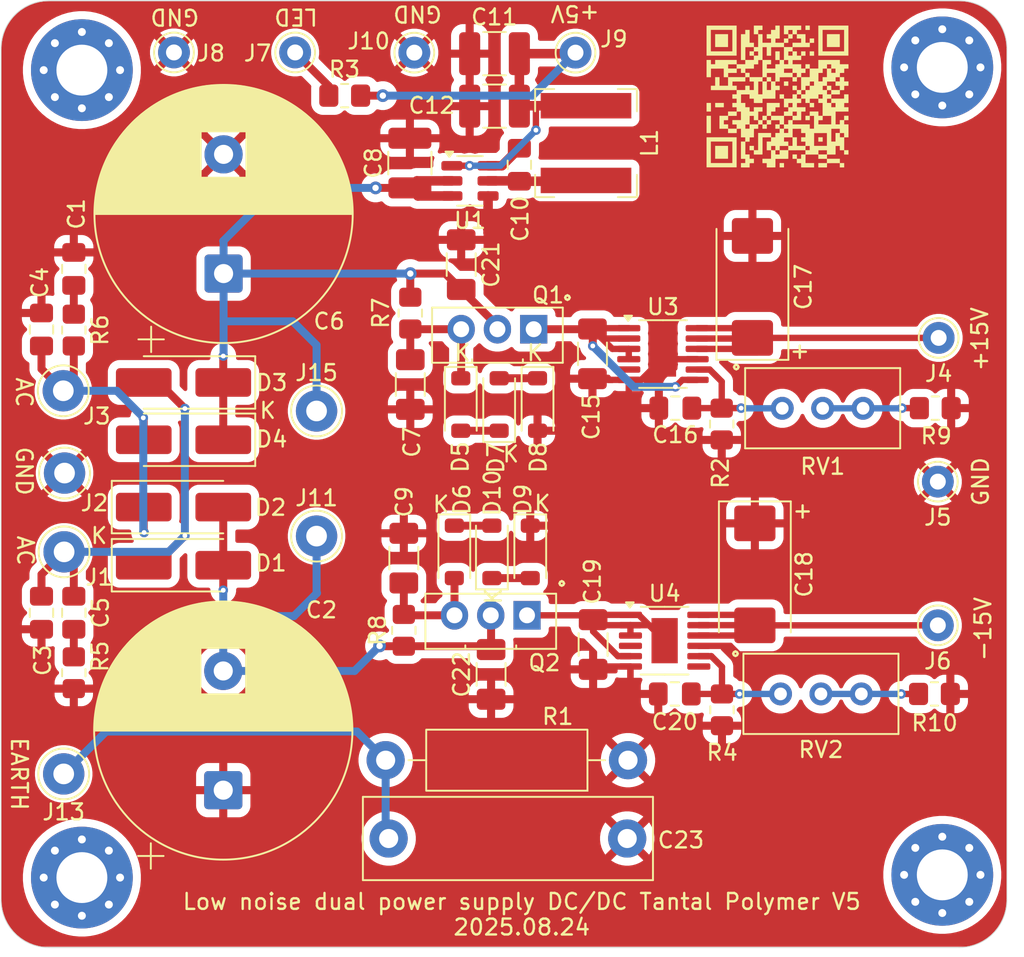
<source format=kicad_pcb>
(kicad_pcb (version 20241229) (generator "pcbnew") (generator_version "9.0")
  (layers (0 "F.Cu" signal) (2 "B.Cu" signal) (13 "F.Paste" user) (15 "B.Paste" user) (5 "F.SilkS" user "F.Silkscreen") (7 "B.SilkS" user "B.Silkscreen") (1 "F.Mask" user) (3 "B.Mask" user) (25 "Edge.Cuts" user))
  (net 0 "")
  (net 1 "GND")
  (net 2 "Net-(D3-K)")
  (net 3 "Net-(D1-A)")
  (net 4 "Net-(D1-K)")
  (net 5 "Net-(D2-K)")
  (net 6 "Net-(D5-K)")
  (net 7 "Net-(D6-A)")
  (net 8 "Net-(U1-BST)")
  (net 9 "Net-(C5-Pad2)")
  (net 10 "Net-(C6-Pad2)")
  (net 11 "/SWOUT")
  (net 12 "Net-(Q1-E)")
  (net 13 "Net-(U3-SET)")
  (net 14 "Net-(J4-Pin_1)")
  (net 15 "Net-(J6-Pin_1)")
  (net 16 "Net-(R9-Pad1)")
  (net 17 "Net-(R10-Pad2)")
  (net 18 "Net-(Q2-E)")
  (net 19 "Net-(U4-SET)")
  (net 20 "Net-(J13-Pin_1)")
  (net 21 "Net-(D5-A)")
  (net 22 "Net-(D10-A)")
  (net 23 "Net-(D7-A)")
  (net 24 "Net-(D10-K)")
  (net 25 "Net-(J7-Pin_1)")
  (net 29 "/VOUT")
  (footprint "MountingHole:MountingHole_3.2mm_M3_Pad_Via" (layer "F.Cu") (at 85.09 84.5)
    (property "Reference" "H2" (hide yes))
    (property "Value" "MountingHole")
  )
  (footprint "Connector_Pin:Pin_D1.0mm_L10.0mm" (layer "F.Cu") (at 138.9126 59.5884)
    (property "Reference" "J5")
    (property "Value" "GND")
  )
  (footprint "Capacitor_THT:CP_Radial_D16.0mm_P7.50mm" (layer "F.Cu") (at 94 46.5 90)
    (property "Reference" "C1")
    (property "Value" "2200uF")
  )
  (footprint "MountingHole:MountingHole_3.2mm_M3_Pad_Via" (layer "F.Cu") (at 85.09 33.7)
    (property "Reference" "H1" (hide yes))
    (property "Value" "MountingHole")
  )
  (footprint "MountingHole:MountingHole_3.2mm_M3_Pad_Via" (layer "F.Cu") (at 139.192 33.528)
    (property "Reference" "H4" (hide yes))
    (property "Value" "MountingHole")
  )
  (footprint "Connector_Pin:Pin_D1.3mm_L11.0mm" (layer "F.Cu") (at 83.9724 64.008)
    (property "Reference" "J1")
    (property "Value" "AC")
  )
  (footprint "Connector_Pin:Pin_D1.0mm_L10.0mm" (layer "F.Cu") (at 138.9634 50.546)
    (property "Reference" "J4")
    (property "Value" "+15V")
  )
  (footprint "Potentiometer_THT:Potentiometer_Bourns_3296W_Vertical" (layer "F.Cu") (at 129.1302 54.9756 180)
    (property "Reference" "RV1")
    (property "Value" "200k")
  )
  (footprint "Capacitor_THT:CP_Radial_D16.0mm_P7.50mm" (layer "F.Cu") (at 93.98 79 90)
    (property "Reference" "C2")
    (property "Value" "2200uF")
  )
  (footprint "MountingHole:MountingHole_3.2mm_M3_Pad_Via" (layer "F.Cu") (at 139.192 84.328)
    (property "Reference" "H3" (hide yes))
    (property "Value" "MountingHole")
  )
  (footprint "Connector_Pin:Pin_D1.0mm_L10.0mm" (layer "F.Cu") (at 98.5 32.5878)
    (property "Reference" "J7")
    (property "Value" "LED")
  )
  (footprint "Connector_Pin:Pin_D1.0mm_L10.0mm" (layer "F.Cu") (at 90.88 32.5878)
    (property "Reference" "J8")
    (property "Value" "GND")
  )
  (footprint "Connector_Pin:Pin_D1.0mm_L10.0mm" (layer "F.Cu") (at 116.1288 32.6005)
    (property "Reference" "J9")
    (property "Value" "+5V")
  )
  (footprint "Connector_Pin:Pin_D1.0mm_L10.0mm" (layer "F.Cu") (at 105.9942 32.6005)
    (property "Reference" "J10")
    (property "Value" "GND")
  )
  (footprint "Resistor_SMD:R_0805_2012Metric_Pad1.20x1.40mm_HandSolder" (layer "F.Cu") (at 101.616 35.306)
    (property "Reference" "R3")
    (property "Value" "240R")
  )
  (footprint "Connector_Pin:Pin_D1.3mm_L11.0mm" (layer "F.Cu") (at 84 59.0505)
    (property "Reference" "J2")
    (property "Value" "GND")
  )
  (footprint "Capacitor_Tantalum_SMD:CP_EIA-7343-31_Kemet-D_HandSolder" (layer "F.Cu") (at 127.254 47.3385 90)
    (property "Reference" "C17")
    (property "Value" "47uF/25V")
  )
  (footprint "Diode_SMD:D_SMA_Handsoldering" (layer "F.Cu") (at 91.48 64.849)
    (property "Reference" "D1")
    (property "Value" "BYG20D")
  )
  (footprint "Diode_SMD:D_SMA_Handsoldering" (layer "F.Cu") (at 91.48 61.1914)
    (property "Reference" "D2")
    (property "Value" "BYG20D")
  )
  (footprint "Potentiometer_THT:Potentiometer_Bourns_3296W_Vertical" (layer "F.Cu") (at 129.0217 72.9459 180)
    (property "Reference" "RV2")
    (property "Value" "200k")
  )
  (footprint "Connector_Pin:Pin_D1.3mm_L11.0mm" (layer "F.Cu") (at 83.9216 53.8734)
    (property "Reference" "J3")
    (property "Value" "AC")
  )
  (footprint "Diode_SMD:D_SMA_Handsoldering" (layer "F.Cu") (at 91.48 53.349 180)
    (property "Reference" "D3")
    (property "Value" "BYG20D")
  )
  (footprint "Diode_SMD:D_SMA_Handsoldering" (layer "F.Cu") (at 91.48 56.9558 180)
    (property "Reference" "D4")
    (property "Value" "BYG20D")
  )
  (footprint "Capacitor_SMD:C_0805_2012Metric_Pad1.18x1.45mm_HandSolder" (layer "F.Cu") (at 82.55 67.8395 -90)
    (property "Reference" "C3")
    (property "Value" "Cx/10nF/50V")
  )
  (footprint "Capacitor_SMD:C_0805_2012Metric_Pad1.18x1.45mm_HandSolder" (layer "F.Cu") (at 82.55 50.0165 -90)
    (property "Reference" "C4")
    (property "Value" "Cx/10nF/50V")
  )
  (footprint "Capacitor_SMD:C_0805_2012Metric_Pad1.18x1.45mm_HandSolder" (layer "F.Cu") (at 84.582 67.8395 -90)
    (property "Reference" "C5")
    (property "Value" "Cs/50V")
  )
  (footprint "Capacitor_SMD:C_0805_2012Metric_Pad1.18x1.45mm_HandSolder" (layer "F.Cu") (at 84.582 46.2065 -90)
    (property "Reference" "C6")
    (property "Value" "Cs/50V")
  )
  (footprint "Capacitor_SMD:C_1206_3216Metric_Pad1.33x1.80mm_HandSolder" (layer "F.Cu") (at 105.7402 53.4801 -90)
    (property "Reference" "C7")
    (property "Value" "4.7uF/100V")
  )
  (footprint "Capacitor_SMD:C_1206_3216Metric_Pad1.33x1.80mm_HandSolder" (layer "F.Cu") (at 105.3338 64.4013 -90)
    (property "Reference" "C9")
    (property "Value" "4.7uF/100V")
  )
  (footprint "Diode_SMD:D_SOD-123" (layer "F.Cu") (at 108.9152 54.736 -90)
    (property "Reference" "D5")
    (property "Value" "MMSZ5232B/5.6V")
  )
  (footprint "Diode_SMD:D_SOD-123" (layer "F.Cu") (at 108.508 64.009 -90)
    (property "Reference" "D6")
    (property "Value" "MMSZ5232B/5.6V")
  )
  (footprint "Package_TO_SOT_THT:TO-126-3_Vertical" (layer "F.Cu") (at 113.5 50 180)
    (property "Reference" "Q1")
    (property "Value" "BD139")
  )
  (footprint "Package_TO_SOT_THT:TO-126-3_Vertical" (layer "F.Cu") (at 113.08 68 180)
    (property "Reference" "Q2")
    (property "Value" "BD140")
  )
  (footprint "Resistor_SMD:R_0805_2012Metric_Pad1.20x1.40mm_HandSolder" (layer "F.Cu") (at 84.582 71.612 -90)
    (property "Reference" "R5")
    (property "Value" "Rs/1/8W")
  )
  (footprint "Resistor_SMD:R_0805_2012Metric_Pad1.20x1.40mm_HandSolder" (layer "F.Cu") (at 84.582 50.054 -90)
    (property "Reference" "R6")
    (property "Value" "Rs/1/8W")
  )
  (footprint "Resistor_SMD:R_0805_2012Metric_Pad1.20x1.40mm_HandSolder" (layer "F.Cu") (at 105.7402 48.9872 -90)
    (property "Reference" "R7")
    (property "Value" "430R/0.5W")
  )
  (footprint "Resistor_SMD:R_0805_2012Metric_Pad1.20x1.40mm_HandSolder" (layer "F.Cu") (at 105.3338 68.945 -90)
    (property "Reference" "R8")
    (property "Value" "430R/0.5W")
  )
  (footprint "Capacitor_Tantalum_SMD:CP_EIA-7343-31_Kemet-D_HandSolder" (layer "F.Cu") (at 127.4064 65.4233 -90)
    (property "Reference" "C18")
    (property "Value" "47uF/25V")
  )
  (footprint "Diode_SMD:D_SOD-123" (layer "F.Cu") (at 111.3282 54.736 90)
    (property "Reference" "D7")
    (property "Value" "MMSZ5232B/5.6V")
  )
  (footprint "Diode_SMD:D_SOD-123" (layer "F.Cu") (at 113.7412 54.736 -90)
    (property "Reference" "D8")
    (property "Value" "MMSZ5232B/5.6V")
  )
  (footprint "Diode_SMD:D_SOD-123" (layer "F.Cu") (at 113.284 64.009 -90)
    (property "Reference" "D9")
    (property "Value" "MMSZ5232B/5.6V")
  )
  (footprint "Diode_SMD:D_SOD-123" (layer "F.Cu") (at 110.871 64.009 90)
    (property "Reference" "D10")
    (property "Value" "MMSZ5232B/5.6V")
  )
  (footprint "Capacitor_SMD:C_0805_2012Metric_Pad1.18x1.45mm_HandSolder" (layer "F.Cu") (at 122.3708 72.9459)
    (property "Reference" "C20")
    (property "Value" "470nF/50V")
  )
  (footprint "Connector_Pin:Pin_D1.0mm_L10.0mm" (layer "F.Cu") (at 138.9126 68.6308)
    (property "Reference" "J6")
    (property "Value" "-15V")
  )
  (footprint "Capacitor_SMD:C_1206_3216Metric_Pad1.33x1.80mm_HandSolder" (layer "F.Cu") (at 108.9406 45.9375 90)
    (property "Reference" "C21")
    (property "Value" "4.7uF/100V")
  )
  (footprint "Capacitor_SMD:C_1206_3216Metric_Pad1.33x1.80mm_HandSolder" (layer "F.Cu") (at 110.8202 71.7173 90)
    (property "Reference" "C22")
    (property "Value" "4.7uF/100V")
  )
  (footprint "Capacitor_SMD:C_1206_3216Metric_Pad1.33x1.80mm_HandSolder" (layer "F.Cu") (at 117.2361 69.8377 90)
    (property "Reference" "C19")
    (property "Value" "4.7uF/100V")
  )
  (footprint "Package_SO:MSOP-12-1EP_3x4.039mm_P0.65mm_EP1.651x2.845mm" (layer "F.Cu") (at 121.7332 69.5954)
    (property "Reference" "U4")
    (property "Value" "LT3094xMSE")
  )
  (footprint "Capacitor_SMD:C_1206_3216Metric_Pad1.33x1.80mm_HandSolder" (layer "F.Cu") (at 117.1956 51.5497 -90)
    (property "Reference" "C15")
    (property "Value" "4.7uF/100V")
  )
  (footprint "Capacitor_SMD:C_0805_2012Metric_Pad1.18x1.45mm_HandSolder" (layer "F.Cu") (at 122.4065 54.9656 180)
    (property "Reference" "C16")
    (property "Value" "470nF/50V")
  )
  (footprint "Package_SO:MSOP-12-1EP_3x4.039mm_P0.65mm_EP1.651x2.845mm" (layer "F.Cu") (at 121.6282 51.5614)
    (property "Reference" "U3")
    (property "Value" "LT3045xMSE")
  )
  (footprint "Capacitor_THT:C_Rect_L18.0mm_W5.0mm_P15.00mm_FKS3_FKP3" (layer "F.Cu") (at 104.38 82.042)
    (property "Reference" "C23")
    (property "Value" "2.2nF/2kV")
  )
  (footprint "LOGO" (layer "F.Cu") (at 128.8288 35.3568)
    (property "Reference" "G***" (hide yes))
    (property "Value" "LOGO" (hide yes))
  )
  (footprint "Capacitor_SMD:C_0805_2012Metric_Pad1.18x1.45mm_HandSolder" (layer "F.Cu") (at 112.5982 39.6533 90)
    (property "Reference" "C10")
    (property "Value" "100nF/50V/X7R")
  )
  (footprint "Capacitor_SMD:C_1210_3225Metric_Pad1.33x2.70mm_HandSolder" (layer "F.Cu") (at 111.0365 35.9664 180)
    (property "Reference" "C12")
    (property "Value" "22uF/25V/X7R")
  )
  (footprint "Connector_Pin:Pin_D1.3mm_L11.0mm" (layer "F.Cu") (at 83.947 77.978)
    (property "Reference" "J13")
    (property "Value" "EARTH")
  )
  (footprint "Resistor_THT:R_Axial_DIN0411_L9.9mm_D3.6mm_P15.24mm_Horizontal" (layer "F.Cu") (at 119.4308 77.1144 180)
    (property "Reference" "R1")
    (property "Value" "100R/2W")
  )
  (footprint "Connector_Pin:Pin_D1.3mm_L11.0mm" (layer "F.Cu") (at 99.8474 63.0174 180)
    (property "Reference" "J11")
    (property "Value" "-21.5V")
  )
  (footprint "Inductor_SMD:L_Bourns-SRN6028" (layer "F.Cu") (at 116.7892 38.29 90)
    (property "Reference" "L1")
    (property "Value" "4.7uH")
  )
  (footprint "Resistor_SMD:R_0805_2012Metric_Pad1.20x1.40mm_HandSolder" (layer "F.Cu") (at 138.6991 72.9459 180)
    (property "Reference" "R10")
    (property "Value" "Rvset")
  )
  (footprint "Resistor_SMD:R_0805_2012Metric_Pad1.20x1.40mm_HandSolder" (layer "F.Cu") (at 125.3387 73.9459 90)
    (property "Reference" "R4")
    (property "Value" "Rvset")
  )
  (footprint "Connector_Pin:Pin_D1.3mm_L11.0mm" (layer "F.Cu") (at 99.8474 55.1434 180)
    (property "Reference" "J15")
    (property "Value" "+21.5V")
  )
  (footprint "Capacitor_SMD:C_1210_3225Metric_Pad1.33x2.70mm_HandSolder" (layer "F.Cu") (at 111.0357 32.6644 180)
    (property "Reference" "C11")
    (property "Value" "22uF/25V/X7R")
  )
  (footprint "Resistor_SMD:R_0805_2012Metric_Pad1.20x1.40mm_HandSolder" (layer "F.Cu") (at 125.3236 55.9656 -90)
    (property "Reference" "R2")
    (property "Value" "Rvset")
  )
  (footprint "Capacitor_SMD:C_1210_3225Metric_Pad1.33x2.70mm_HandSolder" (layer "F.Cu") (at 105.7148 39.547 90)
    (property "Reference" "C8")
    (property "Value" "10uF/100V/X7R")
  )
  (footprint "Resistor_SMD:R_0805_2012Metric_Pad1.20x1.40mm_HandSolder" (layer "F.Cu") (at 138.7508 54.9656)
    (property "Reference" "R9")
    (property "Value" "Rvset")
  )
  (footprint "Package_TO_SOT_SMD:TSOT-23-6" (layer "F.Cu") (at 109.4939 40.6675)
    (property "Reference" "U1")
    (property "Value" "AP63205WU")
  )
  (gr_arc (start 80.01 32.337) (mid 80.88868 30.21568) (end 83.01 29.337) (stroke (width 0.05)) (layer "Edge.Cuts"))
  (gr_line (start 80.01 85.9) (end 80.01 32.337) (stroke (width 0.05)) (layer "Edge.Cuts"))
  (gr_line (start 83.01 29.337) (end 140.256 29.337) (stroke (width 0.05)) (layer "Edge.Cuts"))
  (gr_arc (start 143.256 85.9) (mid 142.37732 88.02132) (end 140.256 88.9) (stroke (width 0.05)) (layer "Edge.Cuts"))
  (gr_arc (start 83.01 88.9) (mid 80.88868 88.02132) (end 80.01 85.9) (stroke (width 0.05)) (layer "Edge.Cuts"))
  (gr_arc (start 140.256 29.337) (mid 142.37732 30.21568) (end 143.256 32.337) (stroke (width 0.05)) (layer "Edge.Cuts"))
  (gr_line (start 140.256 88.9) (end 83.01 88.9) (stroke (width 0.05)) (layer "Edge.Cuts"))
  (gr_line (start 143.256 32.337) (end 143.256 85.9) (stroke (width 0.05)) (layer "Edge.Cuts"))
  (gr_text "LED" (at 98.552 30.353 180) (layer "F.SilkS") (effects (font (size 1 1))))
  (gr_text "GND" (at 90.932 30.353 180) (layer "F.SilkS") (effects (font (size 1 1))))
  (gr_text "+5V" (at 116.1034 30.1367 180) (layer "F.SilkS") (effects (font (size 1 1))))
  (gr_text "K" (at 86.1695 62.992 0) (layer "F.SilkS") (effects (font (size 1 1))))
  (gr_text "K" (at 96.774 55.118 0) (layer "F.SilkS") (effects (font (size 1 1))))
  (gr_text "K" (at 107.6706 61.0108 0) (layer "F.SilkS") (effects (font (size 1 1))))
  (gr_text "°" (at 126.238 52.7812 0) (layer "F.SilkS") (effects (font (size 1 1))))
  (gr_text "°" (at 115.6208 48.4124 0) (layer "F.SilkS") (effects (font (size 1 1))))
  (gr_text "°" (at 115.2652 66.3956 0) (layer "F.SilkS") (effects (font (size 1 1))))
  (gr_text "-15V" (at 141.7574 68.8594 90) (layer "F.SilkS") (effects (font (size 1 1))))
  (gr_text "AC" (at 81.4578 53.975 270) (layer "F.SilkS") (effects (font (size 1 1))))
  (gr_text "+" (at 129.6924 61.976 0) (layer "F.SilkS") (effects (font (size 1 1)) (justify left bottom)))
  (gr_text "K" (at 109.0168 51.4858 0) (layer "F.SilkS") (effects (font (size 1 1))))
  (gr_text "K" (at 112.0648 57.8612 0) (layer "F.SilkS") (effects (font (size 1 1))))
  (gr_text "EARTH" (at 81.153 77.978 270) (layer "F.SilkS") (effects (font (size 1 1))))
  (gr_text "GND" (at 141.605 59.5884 90) (layer "F.SilkS") (effects (font (size 1 1))))
  (gr_text "K" (at 114.046 60.96 0) (layer "F.SilkS") (effects (font (size 1 1))))
  (gr_text "°" (at 126.1872 70.8152 0) (layer "F.SilkS") (effects (font (size 1 1))))
  (gr_text "+" (at 129.514 51.9285 0) (layer "F.SilkS") (effects (font (size 1 1)) (justify left bottom)))
  (gr_text "K" (at 113.5888 51.4858 0) (layer "F.SilkS") (effects (font (size 1 1))))
  (gr_text "K" (at 110.9726 66.802 90) (layer "F.SilkS") (effects (font (size 1 1))))
  (gr_text "GND" (at 81.4578 58.927955 270) (layer "F.SilkS") (effects (font (size 1 1))))
  (gr_text "GND" (at 106.1974 30.1621 180) (layer "F.SilkS") (effects (font (size 1 1))))
  (gr_text "Low noise dual power supply DC/DC Tantal Polymer V5\n2025.08.24" (at 112.7506 86.8172 0) (layer "F.SilkS") (effects (font (size 1 1))))
  (gr_text "AC" (at 81.534 63.9318 270) (layer "F.SilkS") (effects (font (size 1 1))))
  (gr_text "+15V" (at 141.5542 50.6222 90) (layer "F.SilkS") (effects (font (size 1 1))))
  (segment (start 110.6314 41.6175) (end 110.6314 43.9433) (width 0.6) (layer "F.Cu") (net 1))
  (segment (start 110.6314 43.9433) (end 110.6678 43.9797) (width 0.6) (layer "F.Cu") (net 1))
  (segment (start 120.264492 53.1864) (end 121.6282 51.822692) (width 0.4) (layer "F.Cu") (net 1))
  (segment (start 117.2698 53.1864) (end 117.1956 53.1122) (width 0.4) (layer "F.Cu") (net 1))
  (segment (start 119.4782 53.1864) (end 120.264492 53.1864) (width 0.4) (layer "F.Cu") (net 1))
  (segment (start 127.05052 71.12) (end 128.7272 71.12) (width 0.4) (layer "F.Cu") (net 1))
  (segment (start 119.5832 71.2204) (end 117.4159 71.2204) (width 0.4) (layer "F.Cu") (net 1))
  (segment (start 117.4159 71.2204) (end 117.2361 71.4002) (width 0.4) (layer "F.Cu") (net 1))
  (segment (start 119.5832 71.2204) (end 119.5832 73.3044) (width 0.4) (layer "F.Cu") (net 1))
  (segment (start 123.8832 69.9204) (end 125.85092 69.9204) (width 0.4) (layer "F.Cu") (net 1))
  (segment (start 119.4782 53.1864) (end 117.2698 53.1864) (width 0.4) (layer "F.Cu") (net 1))
  (segment (start 121.9532 51.8864) (end 121.6282 51.5614) (width 0.4) (layer "F.Cu") (net 1))
  (segment (start 125.85092 69.9204) (end 127.05052 71.12) (width 0.4) (layer "F.Cu") (net 1))
  (segment (start 121.6282 51.822692) (end 121.6282 51.5614) (width 0.4) (layer "F.Cu") (net 1))
  (segment (start 123.7782 51.8864) (end 121.9532 51.8864) (width 0.4) (layer "F.Cu") (net 1))
  (segment (start 93.98 53.349) (end 93.98 51.689) (width 0.5) (layer "F.Cu") (net 2))
  (segment (start 111.22 50) (end 111.22 49.7794) (width 0.5) (layer "F.Cu") (net 2))
  (segment (start 108.3564 41.6175) (end 106.2228 41.6175) (width 0.6) (layer "F.Cu") (net 2))
  (segment (start 108.3564 40.6675) (end 106.1568 40.6675) (width 0.6) (layer "F.Cu") (net 2))
  (segment (start 111.22 49.7794) (end 108.9406 47.5) (width 0.5) (layer "F.Cu") (net 2))
  (segment (start 106.1568 40.6675) (end 105.7148 41.1095) (width 0.6) (layer "F.Cu") (net 2))
  (segment (start 107.9406 46.5) (end 108.9406 47.5) (width 0.5) (layer "F.Cu") (net 2))
  (segment (start 106.2228 41.6175) (end 105.7148 41.1095) (width 0.6) (layer "F.Cu") (net 2))
  (segment (start 93.98 56.9558) (end 93.98 53.349) (width 0.5) (layer "F.Cu") (net 2))
  (segment (start 105.7148 41.1095) (end 103.5558 41.1095) (width 0.5) (layer "F.Cu") (net 2))
  (segment (start 105.7402 46.5) (end 107.9406 46.5) (width 0.5) (layer "F.Cu") (net 2))
  (segment (start 105.7402 47.9872) (end 105.7402 46.5) (width 0.5) (layer "F.Cu") (net 2))
  (via (at 105.7402 46.5) (size 0.8) (drill 0.4) (layers "F.Cu" "B.Cu") (net 2))
  (via (at 103.5558 41.1095) (size 0.8) (drill 0.4) (layers "F.Cu" "B.Cu") (net 2))
  (via (at 93.98 51.689) (size 0.6) (drill 0.3) (layers "F.Cu" "B.Cu") (net 2))
  (segment (start 94 49.5046) (end 94 46.5) (width 0.5) (layer "B.Cu") (net 2))
  (segment (start 94 51.669) (end 94 49.5046) (width 0.5) (layer "B.Cu") (net 2))
  (segment (start 93.98 51.689) (end 94 51.669) (width 0.5) (layer "B.Cu") (net 2))
  (segment (start 105.7402 46.5) (end 94 46.5) (width 0.5) (layer "B.Cu") (net 2))
  (segment (start 97.3205 41.1095) (end 93.98 44.45) (width 0.5) (layer "B.Cu") (net 2))
  (segment (start 93.98 44.45) (end 94 44.47) (width 0.5) (layer "B.Cu") (net 2))
  (segment (start 94 49.5046) (end 98.3488 49.5046) (width 0.5) (layer "B.Cu") (net 2))
  (segment (start 99.8474 51.0032) (end 99.8474 55.1434) (width 0.5) (layer "B.Cu") (net 2))
  (segment (start 103.5558 41.1095) (end 97.3205 41.1095) (width 0.5) (layer "B.Cu") (net 2))
  (segment (start 98.3488 49.5046) (end 99.8474 51.0032) (width 0.5) (layer "B.Cu") (net 2))
  (segment (start 94 44.47) (end 94 46.5) (width 0.5) (layer "B.Cu") (net 2))
  (segment (start 110.8202 68.0202) (end 110.8 68) (width 0.5) (layer "F.Cu") (net 3))
  (segment (start 93.98 61.1914) (end 93.98 64.849) (width 0.5) (layer "F.Cu") (net 3))
  (segment (start 105.3338 69.945) (end 110.6104 69.945) (width 0.5) (layer "F.Cu") (net 3))
  (segment (start 93.98 64.849) (end 93.98 66.421) (width 0.5) (layer "F.Cu") (net 3))
  (segment (start 103.8286 69.945) (end 103.8098 69.9262) (width 0.5) (layer "F.Cu") (net 3))
  (segment (start 110.6104 69.945) (end 110.8202 70.1548) (width 0.5) (layer "F.Cu") (net 3))
  (segment (start 110.8202 70.1548) (end 110.8202 68.0202) (width 0.5) (layer "F.Cu") (net 3))
  (segment (start 105.3338 69.945) (end 103.8286 69.945) (width 0.5) (layer "F.Cu") (net 3))
  (via (at 103.8098 69.9262) (size 0.8) (drill 0.4) (layers "F.Cu" "B.Cu") (net 3))
  (via (at 93.98 66.421) (size 0.6) (drill 0.3) (layers "F.Cu" "B.Cu") (net 3))
  (segment (start 102.236 71.5) (end 93.98 71.5) (width 0.5) (layer "B.Cu") (net 3))
  (segment (start 93.98 68.0466) (end 98.425 68.0466) (width 0.5) (layer "B.Cu") (net 3))
  (segment (start 99.8474 66.5734) (end 99.8474 63.0174) (width 0.5) (layer "B.Cu") (net 3))
  (segment (start 98.425 68.0466) (end 99.8728 66.5988) (width 0.5) (layer "B.Cu") (net 3))
  (segment (start 93.98 68.0466) (end 93.98 71.5) (width 0.5) (layer "B.Cu") (net 3))
  (segment (start 99.8728 66.5988) (end 99.8474 66.5734) (width 0.5) (layer "B.Cu") (net 3))
  (segment (start 103.8098 69.9262) (end 102.236 71.5) (width 0.5) (layer "B.Cu") (net 3))
  (segment (start 93.98 66.421) (end 93.98 68.0466) (width 0.5) (layer "B.Cu") (net 3))
  (segment (start 89.925 53.349) (end 91.567 54.991) (width 0.5) (layer "F.Cu") (net 4))
  (segment (start 84.582 66.802) (end 84.582 64.6176) (width 0.5) (layer "F.Cu") (net 4))
  (segment (start 82.55 65.4304) (end 83.9724 64.008) (width 0.5) (layer "F.Cu") (net 4))
  (segment (start 89.71 64.849) (end 91.567 62.992) (width 0.5) (layer "F.Cu") (net 4))
  (segment (start 82.55 66.802) (end 82.55 65.4304) (width 0.5) (layer "F.Cu") (net 4))
  (via (at 91.567 54.991) (size 0.6) (drill 0.3) (layers "F.Cu" "B.Cu") (net 4))
  (via (at 91.567 62.992) (size 0.6) (drill 0.3) (layers "F.Cu" "B.Cu") (net 4))
  (segment (start 90.551 64.008) (end 91.567 62.992) (width 0.5) (layer "B.Cu") (net 4))
  (segment (start 91.567 62.992) (end 91.567 54.991) (width 0.5) (layer "B.Cu") (net 4))
  (segment (start 83.9724 64.008) (end 90.551 64.008) (width 0.5) (layer "B.Cu") (net 4))
  (segment (start 88.98 61.1914) (end 88.98 62.7672) (width 0.5) (layer "F.Cu") (net 5))
  (segment (start 88.98 55.6044) (end 88.9508 55.5752) (width 0.5) (layer "F.Cu") (net 5))
  (segment (start 88.98 56.9558) (end 88.98 55.6044) (width 0.5) (layer "F.Cu") (net 5))
  (segment (start 84.582 51.054) (end 84.582 53.213) (width 0.5) (layer "F.Cu") (net 5))
  (segment (start 82.55 51.054) (end 82.55 52.5018) (width 0.5) (layer "F.Cu") (net 5))
  (segment (start 82.55 52.5018) (end 83.9216 53.8734) (width 0.5) (layer "F.Cu") (net 5))
  (segment (start 88.98 62.7672) (end 89.0016 62.7888) (width 0.5) (layer "F.Cu") (net 5))
  (via (at 89.0016 62.7888) (size 0.6) (drill 0.3) (layers "F.Cu" "B.Cu") (net 5))
  (via (at 88.9508 55.5752) (size 0.6) (drill 0.3) (layers "F.Cu" "B.Cu") (net 5))
  (segment (start 88.9508 55.5453) (end 87.2789 53.8734) (width 0.5) (layer "B.Cu") (net 5))
  (segment (start 88.9508 55.5752) (end 88.9508 55.5453) (width 0.5) (layer "B.Cu") (net 5))
  (segment (start 88.9508 62.738) (end 88.9508 55.5752) (width 0.5) (layer "B.Cu") (net 5))
  (segment (start 89.0016 62.7888) (end 88.9508 62.738) (width 0.5) (layer "B.Cu") (net 5))
  (segment (start 83.9216 53.8734) (end 87.2789 53.8734) (width 0.5) (layer "B.Cu") (net 5))
  (segment (start 108.94 50) (end 105.753 50) (width 0.5) (layer "F.Cu") (net 6))
  (segment (start 105.753 50) (end 105.7402 49.9872) (width 0.5) (layer "F.Cu") (net 6))
  (segment (start 105.7402 49.9872) (end 105.7402 51.9176) (width 0.5) (layer "F.Cu") (net 6))
  (segment (start 108.94 50) (end 108.94 53.0612) (width 0.5) (layer "F.Cu") (net 6))
  (segment (start 108.94 53.0612) (end 108.9152 53.086) (width 0.5) (layer "F.Cu") (net 6))
  (segment (start 105.3888 68) (end 105.3338 67.945) (width 0.5) (layer "F.Cu") (net 7))
  (segment (start 108.52 65.671) (end 108.508 65.659) (width 0.5) (layer "F.Cu") (net 7))
  (segment (start 108.52 68) (end 108.52 65.671) (width 0.5) (layer "F.Cu") (net 7))
  (segment (start 108.52 68) (end 105.3888 68) (width 0.5) (layer "F.Cu") (net 7))
  (segment (start 105.3338 67.945) (end 105.3338 65.9638) (width 0.5) (layer "F.Cu") (net 7))
  (segment (start 110.6314 39.7175) (end 111.4965 39.7175) (width 0.6) (layer "F.Cu") (net 8))
  (segment (start 111.4965 39.7175) (end 112.5982 38.6158) (width 0.6) (layer "F.Cu") (net 8))
  (segment (start 84.582 70.612) (end 84.582 68.877) (width 0.5) (layer "F.Cu") (net 9))
  (segment (start 84.582 49.054) (end 84.582 47.244) (width 0.5) (layer "F.Cu") (net 10))
  (segment (start 112.5982 40.6908) (end 116.7384 40.6908) (width 0.6) (layer "F.Cu") (net 11))
  (segment (start 110.6314 40.6675) (end 112.5749 40.6675) (width 0.6) (layer "F.Cu") (net 11))
  (segment (start 112.5749 40.6675) (end 112.5982 40.6908) (width 0.6) (layer "F.Cu") (net 11))
  (segment (start 116.7384 40.6908) (end 116.7892 40.64) (width 0.6) (layer "F.Cu") (net 11))
  (segment (start 119.4782 51.8864) (end 119.4782 51.2364) (width 0.4) (layer "F.Cu") (net 12))
  (segment (start 123.7782 53.1864) (end 122.8472 53.1864) (width 0.4) (layer "F.Cu") (net 12))
  (segment (start 117.2464 49.9364) (end 117.1956 49.9872) (width 0.4) (layer "F.Cu") (net 12))
  (segment (start 119.4782 49.9364) (end 117.2464 49.9364) (width 0.4) (layer "F.Cu") (net 12))
  (segment (start 117.2149 50.0065) (end 117.1956 49.9872) (width 0.5) (layer "F.Cu") (net 12))
  (segment (start 117.7948 50.5864) (end 117.1956 49.9872) (width 0.4) (layer "F.Cu") (net 12))
  (segment (start 119.4782 50.5864) (end 117.7948 50.5864) (width 0.4) (layer "F.Cu") (net 12))
  (segment (start 117.2149 51.054) (end 117.2149 50.0065) (width 0.5) (layer "F.Cu") (net 12))
  (segment (start 117.1828 50) (end 117.1956 49.9872) (width 0.5) (layer "F.Cu") (net 12))
  (segment (start 118.4448 51.2364) (end 117.1956 49.9872) (width 0.4) (layer "F.Cu") (net 12))
  (segment (start 122.8472 53.1864) (end 122.4092 53.6244) (width 0.4) (layer "F.Cu") (net 12))
  (segment (start 119.4782 51.2364) (end 118.4448 51.2364) (width 0.4) (layer "F.Cu") (net 12))
  (segment (start 113.5 50) (end 117.1828 50) (width 0.5) (layer "F.Cu") (net 12))
  (via (at 122.4092 53.6244) (size 0.6) (drill 0.3) (layers "F.Cu" "B.Cu") (net 12))
  (via (at 117.2149 51.054) (size 0.6) (drill 0.3) (layers "F.Cu" "B.Cu") (net 12))
  (segment (start 119.7853 53.6244) (end 117.2149 51.054) (width 0.5) (layer "B.Cu") (net 12))
  (segment (start 122.4092 53.6244) (end 119.7853 53.6244) (width 0.5) (layer "B.Cu") (net 12))
  (segment (start 125.3236 53.295508) (end 125.3236 54.9656) (width 0.4) (layer "F.Cu") (net 13))
  (segment (start 123.7782 52.5364) (end 124.564492 52.5364) (width 0.4) (layer "F.Cu") (net 13))
  (segment (start 124.564492 52.5364) (end 125.3236 53.295508) (width 0.4) (layer "F.Cu") (net 13))
  (segment (start 125.3236 54.9656) (end 123.444 54.9656) (width 0.4) (layer "F.Cu") (net 13))
  (segment (start 126.5428 54.9656) (end 125.3236 54.9656) (width 0.4) (layer "F.Cu") (net 13))
  (via (at 126.5428 54.9656) (size 0.6) (drill 0.3) (layers "F.Cu" "B.Cu") (net 13))
  (segment (start 129.1302 54.9756) (end 126.5528 54.9756) (width 0.4) (layer "B.Cu") (net 13))
  (segment (start 126.5528 54.9756) (end 126.5428 54.9656) (width 0.4) (layer "B.Cu") (net 13))
  (segment (start 123.7782 50.5864) (end 127.2136 50.5864) (width 0.4) (layer "F.Cu") (net 14))
  (segment (start 123.7782 49.9364) (end 126.6444 49.9364) (width 0.4) (layer "F.Cu") (net 14))
  (segment (start 127.2136 50.5864) (end 127.254 50.546) (width 0.4) (layer "F.Cu") (net 14))
  (segment (start 123.7782 51.2364) (end 126.5636 51.2364) (width 0.4) (layer "F.Cu") (net 14))
  (segment (start 127.254 50.546) (end 138.9634 50.546) (width 0.4) (layer "F.Cu") (net 14))
  (segment (start 126.6444 49.9364) (end 127.254 50.546) (width 0.4) (layer "F.Cu") (net 14))
  (segment (start 126.5636 51.2364) (end 127.254 50.546) (width 0.4) (layer "F.Cu") (net 14))
  (segment (start 123.8832 69.2704) (end 126.7668 69.2704) (width 0.4) (layer "F.Cu") (net 15))
  (segment (start 127.396 68.6204) (end 127.4064 68.6308) (width 0.4) (layer "F.Cu") (net 15))
  (segment (start 126.7668 69.2704) (end 127.4064 68.6308) (width 0.4) (layer "F.Cu") (net 15))
  (segment (start 127.4064 68.6308) (end 138.9126 68.6308) (width 0.4) (layer "F.Cu") (net 15))
  (segment (start 126.746 67.9704) (end 127.4064 68.6308) (width 0.4) (layer "F.Cu") (net 15))
  (segment (start 123.8832 67.9704) (end 126.746 67.9704) (width 0.4) (layer "F.Cu") (net 15))
  (segment (start 123.8832 68.6204) (end 127.396 68.6204) (width 0.4) (layer "F.Cu") (net 15))
  (segment (start 136.652 54.9656) (end 137.7508 54.9656) (width 0.4) (layer "F.Cu") (net 16))
  (via (at 136.652 54.9656) (size 0.6) (drill 0.3) (layers "F.Cu" "B.Cu") (net 16))
  (segment (start 131.6702 54.9756) (end 134.2102 54.9756) (width 0.4) (layer "B.Cu") (net 16))
  (segment (start 136.642 54.9756) (end 136.652 54.9656) (width 0.4) (layer "B.Cu") (net 16))
  (segment (start 134.2102 54.9756) (end 136.642 54.9756) (width 0.4) (layer "B.Cu") (net 16))
  (segment (start 136.6012 72.9488) (end 137.6962 72.9488) (width 0.4) (layer "F.Cu") (net 17))
  (segment (start 137.6962 72.9488) (end 137.6991 72.9459) (width 0.4) (layer "F.Cu") (net 17))
  (via (at 136.6012 72.9488) (size 0.6) (drill 0.3) (layers "F.Cu" "B.Cu") (net 17))
  (segment (start 136.5983 72.9459) (end 136.6012 72.9488) (width 0.4) (layer "B.Cu") (net 17))
  (segment (start 131.5617 72.9459) (end 134.1017 72.9459) (width 0.4) (layer "B.Cu") (net 17))
  (segment (start 134.1017 72.9459) (end 136.5983 72.9459) (width 0.4) (layer "B.Cu") (net 17))
  (segment (start 116.9609 68) (end 117.2361 68.2752) (width 0.4) (layer "F.Cu") (net 18))
  (segment (start 117.2361 69.009592) (end 117.2361 68.2752) (width 0.4) (layer "F.Cu") (net 18))
  (segment (start 120.1082 67.9704) (end 121.7332 69.5954) (width 0.4) (layer "F.Cu") (net 18))
  (segment (start 118.796908 70.5704) (end 117.2361 69.009592) (width 0.4) (layer "F.Cu") (net 18))
  (segment (start 120.7582 68.6204) (end 121.7332 69.5954) (width 0.4) (layer "F.Cu") (net 18))
  (segment (start 119.5832 70.5704) (end 118.796908 70.5704) (width 0.4) (layer "F.Cu") (net 18))
  (segment (start 117.5409 67.9704) (end 117.2361 68.2752) (width 0.4) (layer "F.Cu") (net 18))
  (segment (start 119.5832 68.6204) (end 117.5813 68.6204) (width 0.4) (layer "F.Cu") (net 18))
  (segment (start 119.5832 69.2704) (end 119.5832 68.6204) (width 0.4) (layer "F.Cu") (net 18))
  (segment (start 119.5832 67.9704) (end 120.1082 67.9704) (width 0.4) (layer "F.Cu") (net 18))
  (segment (start 119.5832 68.6204) (end 120.7582 68.6204) (width 0.4) (layer "F.Cu") (net 18))
  (segment (start 117.5813 68.6204) (end 117.2361 68.2752) (width 0.4) (layer "F.Cu") (net 18))
  (segment (start 113.08 68) (end 116.9609 68) (width 0.4) (layer "F.Cu") (net 18))
  (segment (start 119.5832 67.9704) (end 117.5409 67.9704) (width 0.4) (layer "F.Cu") (net 18))
  (segment (start 126.4412 72.9488) (end 125.3416 72.9488) (width 0.4) (layer "F.Cu") (net 19))
  (segment (start 123.8832 70.5704) (end 124.669492 70.5704) (width 0.4) (layer "F.Cu") (net 19))
  (segment (start 125.3416 72.9488) (end 125.3387 72.9459) (width 0.4) (layer "F.Cu") (net 19))
  (segment (start 124.669492 70.5704) (end 125.3387 71.239608) (width 0.4) (layer "F.Cu") (net 19))
  (segment (start 125.3387 72.9459) (end 123.4083 72.9459) (width 0.4) (layer "F.Cu") (net 19))
  (segment (start 125.3387 71.239608) (end 125.3387 72.9459) (width 0.4) (layer "F.Cu") (net 19))
  (via (at 126.4412 72.9488) (size 0.6) (drill 0.3) (layers "F.Cu" "B.Cu") (net 19))
  (segment (start 129.0217 72.9459) (end 126.4441 72.9459) (width 0.4) (layer "B.Cu") (net 19))
  (segment (start 126.4441 72.9459) (end 126.4412 72.9488) (width 0.4) (layer "B.Cu") (net 19))
  (segment (start 104.1908 77.1144) (end 102.3874 75.311) (width 0.5) (layer "B.Cu") (net 20))
  (segment (start 86.614 75.311) (end 83.947 77.978) (width 0.5) (layer "B.Cu") (net 20))
  (segment (start 104.1908 77.1144) (end 104.1908 81.8528) (width 0.5) (layer "B.Cu") (net 20))
  (segment (start 102.3874 75.311) (end 86.614 75.311) (width 0.5) (layer "B.Cu") (net 20))
  (segment (start 104.1908 81.8528) (end 104.38 82.042) (width 0.5) (layer "B.Cu") (net 20))
  (segment (start 108.9152 56.386) (end 111.3282 56.386) (width 0.5) (layer "F.Cu") (net 21))
  (segment (start 108.508 62.359) (end 110.871 62.359) (width 0.5) (layer "F.Cu") (net 22))
  (segment (start 111.3282 53.086) (end 113.7412 53.086) (width 0.5) (layer "F.Cu") (net 23))
  (segment (start 110.871 65.659) (end 113.3856 65.659) (width 0.5) (layer "F.Cu") (net 24))
  (segment (start 100.616 34.7038) (end 98.5 32.5878) (width 0.5) (layer "F.Cu") (net 25))
  (segment (start 100.616 35.306) (end 100.616 34.7038) (width 0.5) (layer "F.Cu") (net 25))
  (segment (start 116.0649 32.6644) (end 116.1288 32.6005) (width 0.6) (layer "F.Cu") (net 29))
  (segment (start 112.599 35.9664) (end 112.599 32.6652) (width 0.6) (layer "F.Cu") (net 29))
  (segment (start 113.6396 35.94) (end 113.6396 37.4773) (width 0.4) (layer "F.Cu") (net 29))
  (segment (start 113.6396 35.94) (end 112.6254 35.94) (width 0.6) (layer "F.Cu") (net 29))
  (segment (start 112.599 32.6652) (end 112.5982 32.6644) (width 0.6) (layer "F.Cu") (net 29))
  (segment (start 112.5982 32.6644) (end 116.0649 32.6644) (width 0.6) (layer "F.Cu") (net 29))
  (segment (start 108.360093 39.713807) (end 108.3564 39.7175) (width 0.4) (layer "F.Cu") (net 29))
  (segment (start 112.6254 35.94) (end 112.599 35.9664) (width 0.6) (layer "F.Cu") (net 29))
  (segment (start 116.7892 35.94) (end 113.6396 35.94) (width 0.6) (layer "F.Cu") (net 29))
  (segment (start 102.616 35.306) (end 104.013 35.306) (width 0.5) (layer "F.Cu") (net 29))
  (segment (start 109.4689 39.713807) (end 108.360093 39.713807) (width 0.4) (layer "F.Cu") (net 29))
  (via (at 109.4689 39.713807) (size 0.6) (drill 0.3) (layers "F.Cu" "B.Cu") (net 29))
  (via (at 104.013 35.306) (size 0.8) (drill 0.4) (layers "F.Cu" "B.Cu") (net 29))
  (via (at 113.6396 37.4773) (size 0.6) (drill 0.3) (layers "F.Cu" "B.Cu") (net 29))
  (segment (start 111.403093 39.713807) (end 109.4689 39.713807) (width 0.4) (layer "B.Cu") (net 29))
  (segment (start 113.6396 37.4773) (end 111.403093 39.713807) (width 0.4) (layer "B.Cu") (net 29))
  (segment (start 104.013 35.306) (end 113.4233 35.306) (width 0.5) (layer "B.Cu") (net 29))
  (segment (start 113.4233 35.306) (end 116.1288 32.6005) (width 0.5) (layer "B.Cu") (net 29))
  (zone (net 1) (net_name "GND") (layer "F.Cu") (connect_pads (clearance 0.508)) (min_thickness 0.254) (fill yes (thermal_gap 0.508) (thermal_bridge_width 0.508))
    (polygon (pts (xy 143.2906 88.849) (xy 80 88.849) (xy 80 29.302) (xy 143.2906 29.302)))
  )
)
</source>
